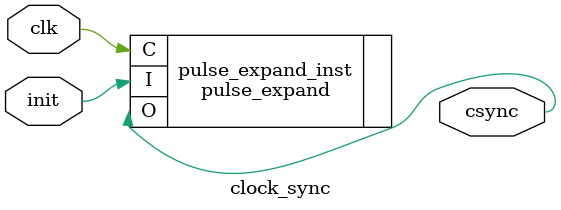
<source format=v>
`timescale 1ns / 1ps

module clock_sync # (
	parameter CSYNC_WIDTH = 10
)
(
	input wire clk,
	input wire init,
	output wire csync
);

pulse_expand # (
	.PULSE_WIDTH(CSYNC_WIDTH)
) pulse_expand_inst (
	.C(clk),
	.I(init),
	.O(csync)
);

endmodule

</source>
